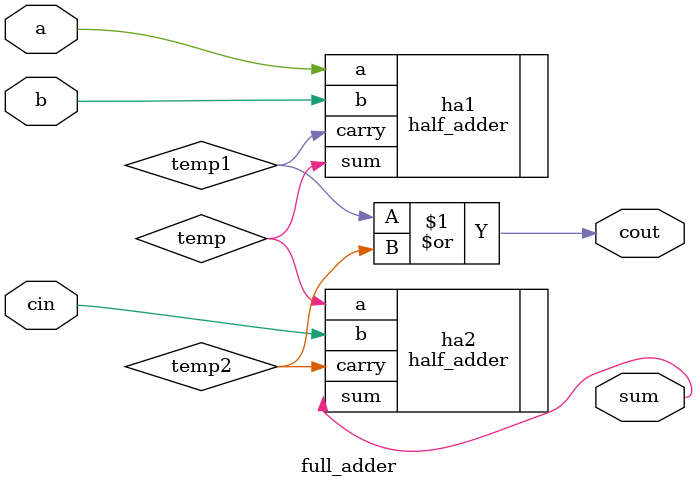
<source format=v>
`include "half_adder.v"					//including half adder file to import half adder module

module full_adder(a,b,cin,cout,sum);
	input a,b,cin;
	output cout,sum;
	wire temp,temp1,temp2;
	half_adder ha1(.a(a),.b(b),.sum(temp),.carry(temp1));		//ha1 calculates temp=a^b
	half_adder ha2(.a(temp),.b(cin),.sum(sum),.carry(temp2));	//ha2 calculates sum=temp^cin=a^b^cin
	or(cout,temp1,temp2);										//cout=temp1|temp2=ab|((a^b)&cin)
endmodule

</source>
